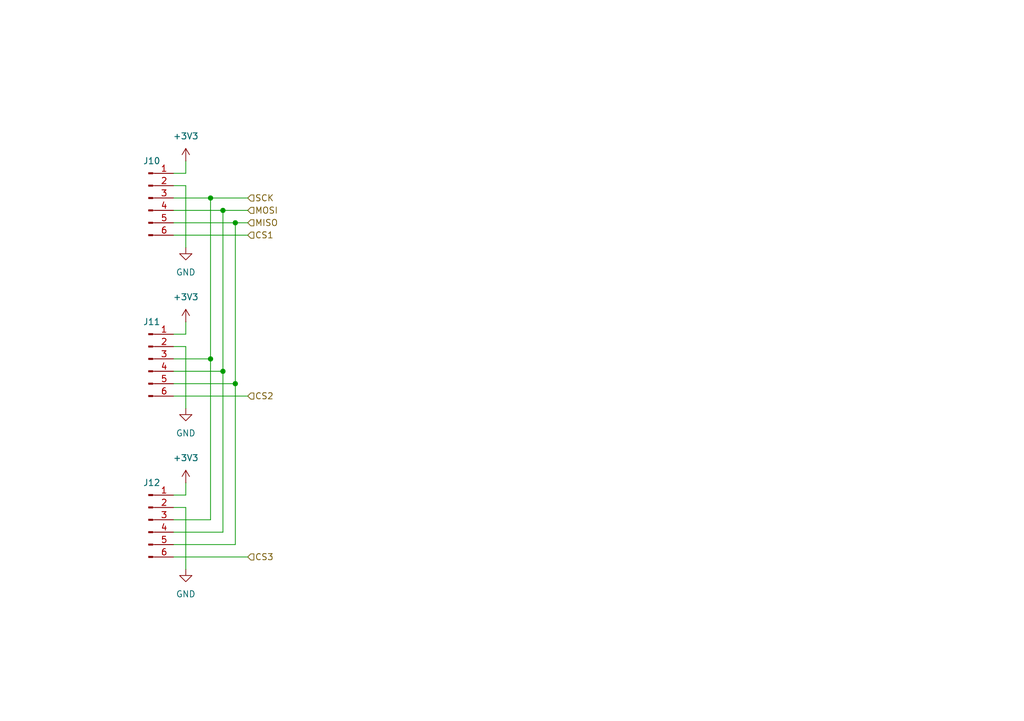
<source format=kicad_sch>
(kicad_sch (version 20231120) (generator "eeschema") (generator_version "8.0")
  (paper "A5")
  (lib_symbols
    (symbol "Connector:Conn_01x06_Pin" (pin_names (offset 1.016) hide)
      (property "Reference" "J" (at 0 7.62 0))
      (property "Value" "Conn_01x06_Pin" (at 0 -10.16 0))
      (symbol "Conn_01x06_Pin_1_1"
        (polyline (pts (xy 1.27 -7.62) (xy 0.8636 -7.62)) (stroke (width 0.1524)))
        (polyline (pts (xy 1.27 -5.08) (xy 0.8636 -5.08)) (stroke (width 0.1524)))
        (polyline (pts (xy 1.27 -2.54) (xy 0.8636 -2.54)) (stroke (width 0.1524)))
        (polyline (pts (xy 1.27 0) (xy 0.8636 0)) (stroke (width 0.1524)))
        (polyline (pts (xy 1.27 2.54) (xy 0.8636 2.54)) (stroke (width 0.1524)))
        (polyline (pts (xy 1.27 5.08) (xy 0.8636 5.08)) (stroke (width 0.1524)))
        (rectangle (start 0.8636 -7.493) (end 0 -7.747) (stroke (width 0.1524)) (fill (type outline)))
        (rectangle (start 0.8636 -4.953) (end 0 -5.207) (stroke (width 0.1524)) (fill (type outline)))
        (rectangle (start 0.8636 -2.413) (end 0 -2.667) (stroke (width 0.1524)) (fill (type outline)))
        (rectangle (start 0.8636 0.127) (end 0 -0.127) (stroke (width 0.1524)) (fill (type outline)))
        (rectangle (start 0.8636 2.667) (end 0 2.413) (stroke (width 0.1524)) (fill (type outline)))
        (rectangle (start 0.8636 5.207) (end 0 4.953) (stroke (width 0.1524)) (fill (type outline)))
        (pin passive line (at 5.08 5.08 180) (length 3.81) (name "Pin_1") (number "1"))
        (pin passive line (at 5.08 2.54 180) (length 3.81) (name "Pin_2") (number "2"))
        (pin passive line (at 5.08 0 180) (length 3.81) (name "Pin_3") (number "3"))
        (pin passive line (at 5.08 -2.54 180) (length 3.81) (name "Pin_4") (number "4"))
        (pin passive line (at 5.08 -5.08 180) (length 3.81) (name "Pin_5") (number "5"))
        (pin passive line (at 5.08 -7.62 180) (length 3.81) (name "Pin_6") (number "6"))
      )
    )
    (symbol "power:+3V3" (power) (pin_numbers hide) (pin_names (offset 0) hide)
      (property "Value" "+3V3" (at 0 3.556 0))
      (symbol "+3V3_0_1"
        (polyline (pts (xy -0.762 1.27) (xy 0 2.54)))
        (polyline (pts (xy 0 0) (xy 0 2.54)))
        (polyline (pts (xy 0 2.54) (xy 0.762 1.27)))
      )
      (symbol "+3V3_1_1"
        (pin power_in line (at 0 0 90) (length 0) (name "~") (number "1"))
      )
    )
    (symbol "power:GND" (power) (pin_numbers hide) (pin_names (offset 0) hide)
      (property "Value" "GND" (at 0 -3.81 0))
      (symbol "GND_0_1"
        (polyline (pts (xy 0 0) (xy 0 -1.27) (xy 1.27 -1.27) (xy 0 -2.54) (xy -1.27 -1.27) (xy 0 -1.27)))
      )
      (symbol "GND_1_1"
        (pin power_in line (at 0 0 270) (length 0) (name "~") (number "1"))
      )
    )
  )
  (junction (at 45.72 76.2))
  (junction (at 43.18 73.66))
  (junction (at 48.26 78.74))
  (junction (at 45.72 43.18))
  (junction (at 48.26 45.72))
  (junction (at 43.18 40.64))
  (wire (pts (xy 35.56 114.3) (xy 50.8 114.3)))
  (wire (pts (xy 35.56 76.2) (xy 45.72 76.2)))
  (wire (pts (xy 48.26 45.72) (xy 48.26 78.74)))
  (wire (pts (xy 43.18 40.64) (xy 43.18 73.66)))
  (wire (pts (xy 35.56 109.22) (xy 45.72 109.22)))
  (wire (pts (xy 38.1 71.12) (xy 35.56 71.12)))
  (wire (pts (xy 38.1 50.8) (xy 38.1 38.1)))
  (wire (pts (xy 45.72 43.18) (xy 50.8 43.18)))
  (wire (pts (xy 35.56 106.68) (xy 43.18 106.68)))
  (wire (pts (xy 35.56 43.18) (xy 45.72 43.18)))
  (wire (pts (xy 38.1 68.58) (xy 38.1 66.04)))
  (wire (pts (xy 35.56 40.64) (xy 43.18 40.64)))
  (wire (pts (xy 45.72 109.22) (xy 45.72 76.2)))
  (wire (pts (xy 48.26 45.72) (xy 50.8 45.72)))
  (wire (pts (xy 48.26 78.74) (xy 48.26 111.76)))
  (wire (pts (xy 35.56 78.74) (xy 48.26 78.74)))
  (wire (pts (xy 35.56 73.66) (xy 43.18 73.66)))
  (wire (pts (xy 38.1 101.6) (xy 38.1 99.06)))
  (wire (pts (xy 35.56 111.76) (xy 48.26 111.76)))
  (wire (pts (xy 35.56 68.58) (xy 38.1 68.58)))
  (wire (pts (xy 38.1 38.1) (xy 35.56 38.1)))
  (wire (pts (xy 45.72 76.2) (xy 45.72 43.18)))
  (wire (pts (xy 35.56 45.72) (xy 48.26 45.72)))
  (wire (pts (xy 38.1 35.56) (xy 38.1 33.02)))
  (wire (pts (xy 43.18 73.66) (xy 43.18 106.68)))
  (wire (pts (xy 43.18 40.64) (xy 50.8 40.64)))
  (wire (pts (xy 38.1 116.84) (xy 38.1 104.14)))
  (wire (pts (xy 35.56 48.26) (xy 50.8 48.26)))
  (wire (pts (xy 38.1 83.82) (xy 38.1 71.12)))
  (wire (pts (xy 35.56 81.28) (xy 50.8 81.28)))
  (wire (pts (xy 38.1 104.14) (xy 35.56 104.14)))
  (wire (pts (xy 35.56 101.6) (xy 38.1 101.6)))
  (wire (pts (xy 35.56 35.56) (xy 38.1 35.56)))
  (hierarchical_label "MOSI" (shape input) (at 50.8 43.18 0))
  (hierarchical_label "SCK" (shape input) (at 50.8 40.64 0))
  (hierarchical_label "CS1" (shape input) (at 50.8 48.26 0))
  (hierarchical_label "CS2" (shape input) (at 50.8 81.28 0))
  (hierarchical_label "CS3" (shape input) (at 50.8 114.3 0))
  (hierarchical_label "MISO" (shape input) (at 50.8 45.72 0))
  (symbol (lib_id "power:+3V3") (at 38.1 66.04 0) (unit 1)
    (property "Reference" "#PWR020" (effects (hide yes)))
    (property "Value" "+3V3" (at 38.1 60.96 0))
    (property "Description" "Power symbol creates a global label with name \"+3V3\"" (effects (hide yes)))
    (instances (project "spi-control" (path "" (reference "#PWR028") (unit 1)) (path "" (reference "#PWR034") (unit 1)) (path "" (reference "#PWR010") (unit 1)) (path "" (reference "#PWR04") (unit 1)) (path "" (reference "#PWR020") (unit 1))))
  )
  (symbol (lib_id "Connector:Conn_01x06_Pin") (at 30.48 106.68 0) (unit 1)
    (property "Reference" "J8" (at 31.115 99.06 0))
    (property "Value" "Conn_01x06_Pin" (effects (hide yes)))
    (property "Footprint" "TerminalBlock_Phoenix:TerminalBlock_Phoenix_MPT-0,5-6-2.54_1x06_P2.54mm_Horizontal" (effects (hide yes)))
    (property "Description" "Generic connector, single row, 01x06, script generated" (effects (hide yes)))
    (property "LCSC" "C5188446" (effects (hide yes)))
    (instances (project "spi-control" (path "" (reference "J12") (unit 1)) (path "" (reference "J15") (unit 1)) (path "" (reference "J9") (unit 1)) (path "" (reference "J3") (unit 1)) (path "" (reference "J8") (unit 1))))
  )
  (symbol (lib_id "Connector:Conn_01x06_Pin") (at 30.48 73.66 0) (unit 1)
    (property "Reference" "J7" (at 31.115 66.04 0))
    (property "Value" "Conn_01x06_Pin" (effects (hide yes)))
    (property "Footprint" "TerminalBlock_Phoenix:TerminalBlock_Phoenix_MPT-0,5-6-2.54_1x06_P2.54mm_Horizontal" (effects (hide yes)))
    (property "Description" "Generic connector, single row, 01x06, script generated" (effects (hide yes)))
    (property "LCSC" "C5188446" (effects (hide yes)))
    (instances (project "spi-control" (path "" (reference "J11") (unit 1)) (path "" (reference "J14") (unit 1)) (path "" (reference "J5") (unit 1)) (path "" (reference "J2") (unit 1)) (path "" (reference "J7") (unit 1))))
  )
  (symbol (lib_id "power:GND") (at 38.1 83.82 0) (unit 1)
    (property "Reference" "#PWR021" (effects (hide yes)))
    (property "Value" "GND" (at 38.1 88.9 0))
    (property "Description" "Power symbol creates a global label with name \"GND\" , ground" (effects (hide yes)))
    (instances (project "spi-control" (path "" (reference "#PWR029") (unit 1)) (path "" (reference "#PWR035") (unit 1)) (path "" (reference "#PWR011") (unit 1)) (path "" (reference "#PWR05") (unit 1)) (path "" (reference "#PWR021") (unit 1))))
  )
  (symbol (lib_id "power:+3V3") (at 38.1 33.02 0) (unit 1)
    (property "Reference" "#PWR018" (effects (hide yes)))
    (property "Value" "+3V3" (at 38.1 27.94 0))
    (property "Description" "Power symbol creates a global label with name \"+3V3\"" (effects (hide yes)))
    (instances (project "spi-control" (path "" (reference "#PWR026") (unit 1)) (path "" (reference "#PWR032") (unit 1)) (path "" (reference "#PWR08") (unit 1)) (path "" (reference "#PWR02") (unit 1)) (path "" (reference "#PWR018") (unit 1))))
  )
  (symbol (lib_id "power:GND") (at 38.1 50.8 0) (unit 1)
    (property "Reference" "#PWR019" (effects (hide yes)))
    (property "Value" "GND" (at 38.1 55.88 0))
    (property "Description" "Power symbol creates a global label with name \"GND\" , ground" (effects (hide yes)))
    (instances (project "spi-control" (path "" (reference "#PWR027") (unit 1)) (path "" (reference "#PWR033") (unit 1)) (path "" (reference "#PWR09") (unit 1)) (path "" (reference "#PWR03") (unit 1)) (path "" (reference "#PWR019") (unit 1))))
  )
  (symbol (lib_id "power:GND") (at 38.1 116.84 0) (unit 1)
    (property "Reference" "#PWR023" (effects (hide yes)))
    (property "Value" "GND" (at 38.1 121.92 0))
    (property "Description" "Power symbol creates a global label with name \"GND\" , ground" (effects (hide yes)))
    (instances (project "spi-control" (path "" (reference "#PWR031") (unit 1)) (path "" (reference "#PWR037") (unit 1)) (path "" (reference "#PWR025") (unit 1)) (path "" (reference "#PWR07") (unit 1)) (path "" (reference "#PWR023") (unit 1))))
  )
  (symbol (lib_id "power:+3V3") (at 38.1 99.06 0) (unit 1)
    (property "Reference" "#PWR022" (effects (hide yes)))
    (property "Value" "+3V3" (at 38.1 93.98 0))
    (property "Description" "Power symbol creates a global label with name \"+3V3\"" (effects (hide yes)))
    (instances (project "spi-control" (path "" (reference "#PWR030") (unit 1)) (path "" (reference "#PWR036") (unit 1)) (path "" (reference "#PWR024") (unit 1)) (path "" (reference "#PWR06") (unit 1)) (path "" (reference "#PWR022") (unit 1))))
  )
  (symbol (lib_id "Connector:Conn_01x06_Pin") (at 30.48 40.64 0) (unit 1)
    (property "Reference" "J6" (at 31.115 33.02 0))
    (property "Value" "Conn_01x06_Pin" (effects (hide yes)))
    (property "Footprint" "TerminalBlock_Phoenix:TerminalBlock_Phoenix_MPT-0,5-6-2.54_1x06_P2.54mm_Horizontal" (effects (hide yes)))
    (property "Description" "Generic connector, single row, 01x06, script generated" (effects (hide yes)))
    (property "LCSC" "C5188446" (effects (hide yes)))
    (instances (project "spi-control" (path "" (reference "J10") (unit 1)) (path "" (reference "J13") (unit 1)) (path "" (reference "J4") (unit 1)) (path "" (reference "J1") (unit 1)) (path "" (reference "J6") (unit 1))))
  )
)
</source>
